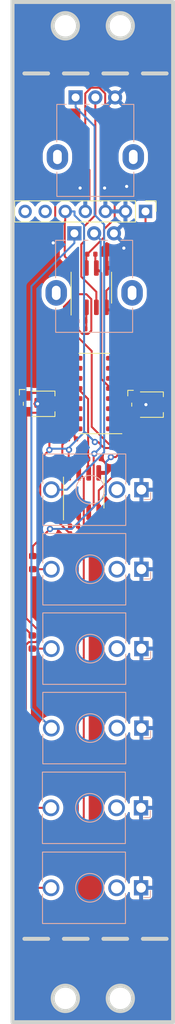
<source format=kicad_pcb>
(kicad_pcb (version 20221018) (generator pcbnew)
  (layers (0 "F.Cu" signal) (31 "B.Cu" signal) (34 "B.Paste" user) (35 "F.Paste" user) (36 "B.SilkS" user "B.Silkscreen") (37 "F.SilkS" user "F.Silkscreen") (38 "B.Mask" user) (39 "F.Mask" user) (44 "Edge.Cuts" user))
  (net 0 "")
  (net 1 "-12V")
  (net 2 "GND")
  (net 3 "+12V")
  (net 4 "+5V")
  (net 5 "Net-(J2-PadT)")
  (net 7 "Net-(J3-PadT)")
  (net 9 "Net-(J4-PadT)")
  (net 11 "Net-(J5-PadT)")
  (net 13 "Net-(J6-PadT)")
  (net 15 "Net-(J7-PadT)")
  (net 17 "Net-(U1A--)")
  (net 18 "Net-(R1-Pad2)")
  (net 19 "Net-(R3-Pad1)")
  (net 20 "Net-(U2A-D)")
  (net 21 "Net-(U2A-+)")
  (net 22 "Net-(U1B--)")
  (net 23 "Net-(R7-Pad2)")
  (net 24 "Net-(U3A--)")
  (net 25 "Net-(U2B-D)")
  (net 26 "Net-(U2B-+)")
  (net 27 "Net-(R12-Pad2)")
  (net 28 "Net-(R13-Pad1)")
  (net 29 "Net-(U3B--)")
  (net 30 "Net-(R15-Pad2)")
  (net 31 "Net-(U1A-+)")
  (net 32 "Net-(U2A--)")
  (net 33 "Net-(U2B--)")
  (net 34 "Net-(U3A-+)")
  (footprint "kpm-jlcpcb-basic:R_0402_1005Metric" (layer "F.Cu") (at 29.972 51.7652 180)
    (fp_text reference "R7" hide)
    (fp_text value "56k" hide)
    (pad "1" smd roundrect (at -0.51 0 180) (size 0.54 0.64) (layers "F.Cu" "F.Paste" "F.Mask") (net 22 "Net-(U1B--)"))
    (pad "2" smd roundrect (at 0.51 0 180) (size 0.54 0.64) (layers "F.Cu" "F.Paste" "F.Mask") (net 23 "Net-(R7-Pad2)"))
  )
  (footprint "kpm-jlcpcb-basic:R_0402_1005Metric" (layer "F.Cu") (at 28.702 60.198 180)
    (fp_text reference "R1" hide)
    (fp_text value "56k" hide)
    (pad "1" smd roundrect (at -0.51 0 180) (size 0.54 0.64) (layers "F.Cu" "F.Paste" "F.Mask") (net 17 "Net-(U1A--)"))
    (pad "2" smd roundrect (at 0.51 0 180) (size 0.54 0.64) (layers "F.Cu" "F.Paste" "F.Mask") (net 18 "Net-(R1-Pad2)"))
  )
  (footprint "EuroRackTools:PinHeader_1x07_P2.54mm_Vertical" (layer "F.Cu") (at 36.83 46.3804 -90)
    (fp_text reference "J8" hide)
    (fp_text value "EuroPower 1x06")
    (pad "1" thru_hole rect (at 0 0 270) (size 1.7 1.7) (drill 1) (layers "*.Cu" "*.Mask") (net 1 "-12V"))
    (pad "2" thru_hole oval (at 0 2.54 270) (size 1.7 1.7) (drill 1) (layers "*.Cu" "*.Mask") (net 2 "GND"))
    (pad "3" thru_hole oval (at 0 5.08 270) (size 1.7 1.7) (drill 1) (layers "*.Cu" "*.Mask") (net 2 "GND"))
    (pad "4" thru_hole oval (at 0 7.62 270) (size 1.7 1.7) (drill 1) (layers "*.Cu" "*.Mask") (net 2 "GND"))
    (pad "5" thru_hole oval (at 0 10.16 270) (size 1.7 1.7) (drill 1) (layers "*.Cu" "*.Mask") (net 3 "+12V"))
    (pad "6" thru_hole oval (at 0 12.7 270) (size 1.7 1.7) (drill 1) (layers "*.Cu" "*.Mask") (net 4 "+5V"))
    (pad "7" thru_hole oval (at 0 15.24 270) (size 1.7 1.7) (drill 1) (layers "*.Cu" "*.Mask"))
  )
  (footprint "kpm-jlcpcb-basic:R_0603_1608Metric" (layer "F.Cu") (at 22.5552 90.615 -90)
    (fp_text reference "R5" hide)
    (fp_text value "560k" hide)
    (pad "1" smd roundrect (at -0.825 0 270) (size 0.8 0.95) (layers "F.Cu" "F.Paste" "F.Mask") (net 21 "Net-(U2A-+)"))
    (pad "2" smd roundrect (at 0.825 0 270) (size 0.8 0.95) (layers "F.Cu" "F.Paste" "F.Mask") (net 7 "Net-(J3-PadT)"))
  )
  (footprint "kpm-jlcpcb-basic:R_0402_1005Metric" (layer "F.Cu") (at 27.7892 86.0044 180)
    (fp_text reference "R12" hide)
    (fp_text value "56k" hide)
    (pad "1" smd roundrect (at -0.51 0 180) (size 0.54 0.64) (layers "F.Cu" "F.Paste" "F.Mask") (net 24 "Net-(U3A--)"))
    (pad "2" smd roundrect (at 0.51 0 180) (size 0.54 0.64) (layers "F.Cu" "F.Paste" "F.Mask") (net 27 "Net-(R12-Pad2)"))
  )
  (footprint "kpm-jlcpcb-basic:SOIC-8_3.9x4.9mm_P1.27mm" (layer "F.Cu") (at 29.0068 81.788)
    (fp_text reference "U3" hide)
    (fp_text value "TL072CDT")
    (pad "1" smd roundrect (at -1.905 2.475 90) (size 1.95 0.6) (layers "F.Cu" "F.Paste" "F.Mask") (net 27 "Net-(R12-Pad2)"))
    (pad "2" smd roundrect (at -0.635 2.475 90) (size 1.95 0.6) (layers "F.Cu" "F.Paste" "F.Mask") (net 24 "Net-(U3A--)"))
    (pad "3" smd roundrect (at 0.635 2.475 90) (size 1.95 0.6) (layers "F.Cu" "F.Paste" "F.Mask") (net 34 "Net-(U3A-+)"))
    (pad "4" smd roundrect (at 1.905 2.475 90) (size 1.95 0.6) (layers "F.Cu" "F.Paste" "F.Mask") (net 1 "-12V"))
    (pad "5" smd roundrect (at 1.905 -2.475 90) (size 1.95 0.6) (layers "F.Cu" "F.Paste" "F.Mask") (net 2 "GND"))
    (pad "6" smd roundrect (at 0.635 -2.475 90) (size 1.95 0.6) (layers "F.Cu" "F.Paste" "F.Mask") (net 29 "Net-(U3B--)"))
    (pad "7" smd roundrect (at -0.635 -2.475 90) (size 1.95 0.6) (layers "F.Cu" "F.Paste" "F.Mask") (net 30 "Net-(R15-Pad2)"))
    (pad "8" smd roundrect (at -1.905 -2.475 90) (size 1.95 0.6) (layers "F.Cu" "F.Paste" "F.Mask") (net 3 "+12V"))
  )
  (footprint "kpm-jlcpcb-basic:R_0603_1608Metric" (layer "F.Cu") (at 22.4028 130.7206 -90)
    (fp_text reference "R16" hide)
    (fp_text value "1k" hide)
    (pad "1" smd roundrect (at -0.825 0 270) (size 0.8 0.95) (layers "F.Cu" "F.Paste" "F.Mask") (net 30 "Net-(R15-Pad2)"))
    (pad "2" smd roundrect (at 0.825 0 270) (size 0.8 0.95) (layers "F.Cu" "F.Paste" "F.Mask") (net 15 "Net-(J7-PadT)"))
  )
  (footprint "EuroRackTools:Potentiometer_Bourns_TC33X_Vertical" (layer "F.Cu") (at 37.1856 70.7136 180)
    (fp_text reference "RV2" hide)
    (fp_text value "R_Potentiometer_Trim_US" hide)
    (pad "1" smd rect (at 1.8 1) (size 1.2 1.2) (layers "F.Cu" "F.Paste" "F.Mask") (net 32 "Net-(U2A--)"))
    (pad "2" smd rect (at -1.45 0) (size 1.5 1.6) (layers "F.Cu" "F.Paste" "F.Mask") (net 2 "GND"))
    (pad "3" smd rect (at 1.8 -1) (size 1.2 1.2) (layers "F.Cu" "F.Paste" "F.Mask") (net 21 "Net-(U2A-+)"))
  )
  (footprint "kpm-jlcpcb-basic:R_0402_1005Metric" (layer "F.Cu") (at 27.7892 86.9696)
    (fp_text reference "R9" hide)
    (fp_text value "56k" hide)
    (pad "1" smd roundrect (at -0.51 0) (size 0.54 0.64) (layers "F.Cu" "F.Paste" "F.Mask") (net 3 "+12V"))
    (pad "2" smd roundrect (at 0.51 0) (size 0.54 0.64) (layers "F.Cu" "F.Paste" "F.Mask") (net 24 "Net-(U3A--)"))
  )
  (footprint "kpm-jlcpcb-basic:R_0402_1005Metric" (layer "F.Cu") (at 33.1724 75.0316)
    (fp_text reference "R3" hide)
    (fp_text value "10k" hide)
    (pad "1" smd roundrect (at -0.51 0) (size 0.54 0.64) (layers "F.Cu" "F.Paste" "F.Mask") (net 19 "Net-(R3-Pad1)"))
    (pad "2" smd roundrect (at 0.51 0) (size 0.54 0.64) (layers "F.Cu" "F.Paste" "F.Mask") (net 18 "Net-(R1-Pad2)"))
  )
  (footprint "kpm-jlcpcb-basic:R_0603_1608Metric" (layer "F.Cu") (at 22.5044 100.6226 -90)
    (fp_text reference "R8" hide)
    (fp_text value "1k" hide)
    (pad "1" smd roundrect (at -0.825 0 270) (size 0.8 0.95) (layers "F.Cu" "F.Paste" "F.Mask") (net 23 "Net-(R7-Pad2)"))
    (pad "2" smd roundrect (at 0.825 0 270) (size 0.8 0.95) (layers "F.Cu" "F.Paste" "F.Mask") (net 9 "Net-(J4-PadT)"))
  )
  (footprint "EuroRackTools:Potentiometer_Bourns_TC33X_Vertical" (layer "F.Cu") (at 23.468 70.612 180)
    (fp_text reference "RV3" hide)
    (fp_text value "R_Potentiometer_Trim_US" hide)
    (pad "1" smd rect (at 1.8 1) (size 1.2 1.2) (layers "F.Cu" "F.Paste" "F.Mask") (net 33 "Net-(U2B--)"))
    (pad "2" smd rect (at -1.45 0) (size 1.5 1.6) (layers "F.Cu" "F.Paste" "F.Mask") (net 2 "GND"))
    (pad "3" smd rect (at 1.8 -1) (size 1.2 1.2) (layers "F.Cu" "F.Paste" "F.Mask") (net 26 "Net-(U2B-+)"))
  )
  (footprint "kpm-jlcpcb-basic:SOIC-8_3.9x4.9mm_P1.27mm" (layer "F.Cu") (at 29.972 55.9816)
    (fp_text reference "U1" hide)
    (fp_text value "TL072CDT")
    (pad "1" smd roundrect (at -1.905 2.475 90) (size 1.95 0.6) (layers "F.Cu" "F.Paste" "F.Mask") (net 18 "Net-(R1-Pad2)"))
    (pad "2" smd roundrect (at -0.635 2.475 90) (size 1.95 0.6) (layers "F.Cu" "F.Paste" "F.Mask") (net 17 "Net-(U1A--)"))
    (pad "3" smd roundrect (at 0.635 2.475 90) (size 1.95 0.6) (layers "F.Cu" "F.Paste" "F.Mask") (net 31 "Net-(U1A-+)"))
    (pad "4" smd roundrect (at 1.905 2.475 90) (size 1.95 0.6) (layers "F.Cu" "F.Paste" "F.Mask") (net 1 "-12V"))
    (pad "5" smd roundrect (at 1.905 -2.475 90) (size 1.95 0.6) (layers "F.Cu" "F.Paste" "F.Mask") (net 2 "GND"))
    (pad "6" smd roundrect (at 0.635 -2.475 90) (size 1.95 0.6) (layers "F.Cu" "F.Paste" "F.Mask") (net 22 "Net-(U1B--)"))
    (pad "7" smd roundrect (at -0.635 -2.475 90) (size 1.95 0.6) (layers "F.Cu" "F.Paste" "F.Mask") (net 23 "Net-(R7-Pad2)"))
    (pad "8" smd roundrect (at -1.905 -2.475 90) (size 1.95 0.6) (layers "F.Cu" "F.Paste" "F.Mask") (net 3 "+12V"))
  )
  (footprint "kpm-jlcpcb-basic:R_0402_1005Metric" (layer "F.Cu") (at 35.052 68.3768 180)
    (fp_text reference "R6" hide)
    (fp_text value "10k" hide)
    (pad "1" smd roundrect (at -0.51 0 180) (size 0.54 0.64) (layers "F.Cu" "F.Paste" "F.Mask") (net 2 "GND"))
    (pad "2" smd roundrect (at 0.51 0 180) (size 0.54 0.64) (layers "F.Cu" "F.Paste" "F.Mask") (net 22 "Net-(U1B--)"))
  )
  (footprint "kpm-jlcpcb-basic:R_0402_1005Metric" (layer "F.Cu") (at 29.0572 77.5716 180)
    (fp_text reference "R15" hide)
    (fp_text value "56k" hide)
    (pad "1" smd roundrect (at -0.51 0 180) (size 0.54 0.64) (layers "F.Cu" "F.Paste" "F.Mask") (net 29 "Net-(U3B--)"))
    (pad "2" smd roundrect (at 0.51 0 180) (size 0.54 0.64) (layers "F.Cu" "F.Paste" "F.Mask") (net 30 "Net-(R15-Pad2)"))
  )
  (footprint "kpm-jlcpcb-basic:R_0402_1005Metric" (layer "F.Cu") (at 28.7 61.1632)
    (fp_text reference "R2" hide)
    (fp_text value "56k" hide)
    (pad "1" smd roundrect (at -0.51 0) (size 0.54 0.64) (layers "F.Cu" "F.Paste" "F.Mask") (net 3 "+12V"))
    (pad "2" smd roundrect (at 0.51 0) (size 0.54 0.64) (layers "F.Cu" "F.Paste" "F.Mask") (net 17 "Net-(U1A--)"))
  )
  (footprint "kpm-jlcpcb-basic:R_0402_1005Metric" (layer "F.Cu") (at 34.5948 73.5076 90)
    (fp_text reference "R4" hide)
    (fp_text value "100k" hide)
    (pad "1" smd roundrect (at -0.51 0 90) (size 0.54 0.64) (layers "F.Cu" "F.Paste" "F.Mask") (net 3 "+12V"))
    (pad "2" smd roundrect (at 0.51 0 90) (size 0.54 0.64) (layers "F.Cu" "F.Paste" "F.Mask") (net 20 "Net-(U2A-D)"))
  )
  (footprint "kpm-jlcpcb-basic:R_0402_1005Metric" (layer "F.Cu") (at 25.652 68.2752)
    (fp_text reference "R14" hide)
    (fp_text value "10k" hide)
    (pad "1" smd roundrect (at -0.51 0) (size 0.54 0.64) (layers "F.Cu" "F.Paste" "F.Mask") (net 2 "GND"))
    (pad "2" smd roundrect (at 0.51 0) (size 0.54 0.64) (layers "F.Cu" "F.Paste" "F.Mask") (net 29 "Net-(U3B--)"))
  )
  (footprint "kpm-jlcpcb-basic:R_0402_1005Metric" (layer "F.Cu") (at 26.0604 73.6112 90)
    (fp_text reference "R10" hide)
    (fp_text value "100k" hide)
    (pad "1" smd roundrect (at -0.51 0 90) (size 0.54 0.64) (layers "F.Cu" "F.Paste" "F.Mask") (net 3 "+12V"))
    (pad "2" smd roundrect (at 0.51 0 90) (size 0.54 0.64) (layers "F.Cu" "F.Paste" "F.Mask") (net 25 "Net-(U2B-D)"))
  )
  (footprint "kpm-jlcpcb-basic:R_0603_1608Metric" (layer "F.Cu") (at 22.5044 120.6886 -90)
    (fp_text reference "R11" hide)
    (fp_text value "560k" hide)
    (pad "1" smd roundrect (at -0.825 0 270) (size 0.8 0.95) (layers "F.Cu" "F.Paste" "F.Mask") (net 26 "Net-(U2B-+)"))
    (pad "2" smd roundrect (at 0.825 0 270) (size 0.8 0.95) (layers "F.Cu" "F.Paste" "F.Mask") (net 13 "Net-(J6-PadT)"))
  )
  (footprint "kpm-jlcpcb-basic:R_0402_1005Metric" (layer "F.Cu") (at 27.5336 75.0316 180)
    (fp_text reference "R13" hide)
    (fp_text value "10k" hide)
    (pad "1" smd roundrect (at -0.51 0 180) (size 0.54 0.64) (layers "F.Cu" "F.Paste" "F.Mask") (net 28 "Net-(R13-Pad1)"))
    (pad "2" smd roundrect (at 0.51 0 180) (size 0.54 0.64) (layers "F.Cu" "F.Paste" "F.Mask") (net 27 "Net-(R12-Pad2)"))
  )
  (footprint "EuroRackTools:SOP-16_3.9x9.9mm_P1.27mm" (layer "F.Cu") (at 30.3384 69.3166 90)
    (fp_text reference "U2" hide)
    (fp_text value "XL13700")
    (pad "1" smd roundrect (at -4.445 2.5 180) (size 2 0.6) (layers "F.Cu" "F.Paste" "F.Mask") (net 19 "Net-(R3-Pad1)"))
    (pad "2" smd roundrect (at -3.175 2.5 180) (size 2 0.6) (layers "F.Cu" "F.Paste" "F.Mask") (net 20 "Net-(U2A-D)"))
    (pad "3" smd roundrect (at -1.905 2.5 180) (size 2 0.6) (layers "F.Cu" "F.Paste" "F.Mask") (net 21 "Net-(U2A-+)"))
    (pad "4" smd roundrect (at -0.635 2.5 180) (size 2 0.6) (layers "F.Cu" "F.Paste" "F.Mask") (net 32 "Net-(U2A--)"))
    (pad "5" smd roundrect (at 0.635 2.5 180) (size 2 0.6) (layers "F.Cu" "F.Paste" "F.Mask") (net 22 "Net-(U1B--)"))
    (pad "6" smd roundrect (at 1.905 2.5 180) (size 2 0.6) (layers "F.Cu" "F.Paste" "F.Mask") (net 1 "-12V"))
    (pad "7" smd roundrect (at 3.175 2.5 180) (size 2 0.6) (layers "F.Cu" "F.Paste" "F.Mask"))
    (pad "8" smd roundrect (at 4.445 2.5 180) (size 2 0.6) (layers "F.Cu" "F.Paste" "F.Mask"))
    (pad "9" smd roundrect (at 4.445 -2.5 180) (size 2 0.6) (layers "F.Cu" "F.Paste" "F.Mask"))
    (pad "10" smd roundrect (at 3.175 -2.5 180) (size 2 0.6) (layers "F.Cu" "F.Paste" "F.Mask"))
    (pad "11" smd roundrect (at 1.905 -2.5 180) (size 2 0.6) (layers "F.Cu" "F.Paste" "F.Mask") (net 3 "+12V"))
    (pad "12" smd roundrect (at 0.635 -2.5 180) (size 2 0.6) (layers "F.Cu" "F.Paste" "F.Mask") (net 29 "Net-(U3B--)"))
    (pad "13" smd roundrect (at -0.635 -2.5 180) (size 2 0.6) (layers "F.Cu" "F.Paste" "F.Mask") (net 33 "Net-(U2B--)"))
    (pad "14" smd roundrect (at -1.905 -2.5 180) (size 2 0.6) (layers "F.Cu" "F.Paste" "F.Mask") (net 26 "Net-(U2B-+)"))
    (pad "15" smd roundrect (at -3.175 -2.5 180) (size 2 0.6) (layers "F.Cu" "F.Paste" "F.Mask") (net 25 "Net-(U2B-D)"))
    (pad "16" smd roundrect (at -4.445 -2.5 180) (size 2 0.6) (layers "F.Cu" "F.Paste" "F.Mask") (net 28 "Net-(R13-Pad1)"))
  )
  (footprint "EuroRackTools:Jack_3.5mm_QingPu_WQP-PJ398SM_Vertical_CircularHoles" (layer "B.Cu") (at 36.3108 111.4552 90)
    (fp_text reference "J5" hide)
    (fp_text value "Thonkiconn")
    (pad "S" thru_hole rect (at 0 0 270) (size 1.93 1.83) (drill 1.22) (layers "*.Cu" "*.Mask") (net 2 "GND"))
    (pad "T" thru_hole circle (at 0 -11.4 270) (size 2.13 2.13) (drill 1.43) (layers "*.Cu" "*.Mask") (net 11 "Net-(J5-PadT)"))
    (pad "TN" thru_hole circle (at 0 -3.1 270) (size 2.13 2.13) (drill 1.42) (layers "*.Cu" "*.Mask"))
    (zone (net 0) (net_name "") (layer "B.Cu") (connect_pads (clearance 0)) (min_thickness 0.254)
      (keepout (tracks not_allowed) (vias not_allowed) (pads not_allowed) (copperpour not_allowed) (footprints not_allowed))
      (fill (thermal_gap 0.508) (thermal_bridge_width 0.508))
      (polygon (pts (xy 29.8308 109.950059) (xy 30.076629 109.97027) (xy 30.315855 110.030359) (xy 30.542056 110.128714) (xy 30.749155 110.262692) (xy 30.93159 110.428696) (xy 31.084464 110.622268) (xy 31.203669 110.838208) (xy 31.286006 111.070718) (xy 31.329261 111.313554) (xy 31.332275 111.560193) (xy 31.294965 111.804013) (xy 31.218334 112.038466) (xy 31.10444 112.257254) (xy 30.956342 112.454503) (xy 30.778016 112.624914) (xy 30.574252 112.763912) (xy 30.350522 112.867764) (xy 30.112835 112.933681) (xy 29.867574 112.959892) (xy 29.621325 112.945693) (xy 29.380701 112.891466) (xy 29.152166 112.798668) (xy 28.941855 112.669789) (xy 28.755418 112.508292) (xy 28.597861 112.318513) (xy 28.473415 112.10555) (xy 28.385423 111.875121) (xy 28.336247 111.633415) (xy 28.327208 111.386922) (xy 28.35855 111.142264) (xy 28.42943 110.906009) (xy 28.537944 110.684503) (xy 28.681179 110.483695) (xy 28.855288 110.308977) (xy 29.055595 110.165042) (xy 29.276721 110.055755) (xy 29.512726 109.984051) (xy 29.757274 109.951856)))
    )
  )
  (footprint "EuroRackTools:Potentiometer_Alpha_RD901F-40-00D_Single_Vertical" (layer "B.Cu") (at 27.8276 49.139 -90)
    (fp_text reference "RV4" hide)
    (fp_text value "AlphaPot")
    (pad "" thru_hole oval (at 7.5 -7.3 180) (size 2.72 3.24) (drill oval 1.1 1.8) (layers "*.Cu" "*.Mask"))
    (pad "" thru_hole oval (at 7.5 2.3 180) (size 2.72 3.24) (drill oval 1.1 1.8) (layers "*.Cu" "*.Mask"))
    (pad "1" thru_hole rect (at 0 0 180) (size 1.8 1.8) (drill 1) (layers "*.Cu" "*.Mask") (net 11 "Net-(J5-PadT)"))
    (pad "2" thru_hole circle (at 0 -2.5 180) (size 1.8 1.8) (drill 1) (layers "*.Cu" "*.Mask") (net 34 "Net-(U3A-+)"))
    (pad "3" thru_hole circle (at 0 -5 180) (size 1.8 1.8) (drill 1) (layers "*.Cu" "*.Mask") (net 2 "GND"))
  )
  (footprint "EuroRackTools:Jack_3.5mm_QingPu_WQP-PJ398SM_Vertical_CircularHoles" (layer "B.Cu") (at 36.3108 101.4476 90)
    (fp_text reference "J4" hide)
    (fp_text value "Thonkiconn")
    (pad "S" thru_hole rect (at 0 0 270) (size 1.93 1.83) (drill 1.22) (layers "*.Cu" "*.Mask") (net 2 "GND"))
    (pad "T" thru_hole circle (at 0 -11.4 270) (size 2.13 2.13) (drill 1.43) (layers "*.Cu" "*.Mask") (net 9 "Net-(J4-PadT)"))
    (pad "TN" thru_hole circle (at 0 -3.1 270) (size 2.13 2.13) (drill 1.42) (layers "*.Cu" "*.Mask"))
    (zone (net 0) (net_name "") (layer "B.Cu") (connect_pads (clearance 0)) (min_thickness 0.254)
      (keepout (tracks not_allowed) (vias not_allowed) (pads not_allowed) (copperpour not_allowed) (footprints not_allowed))
      (fill (thermal_gap 0.508) (thermal_bridge_width 0.508))
      (polygon (pts (xy 29.8308 99.942459) (xy 30.076629 99.96267) (xy 30.315855 100.022759) (xy 30.542056 100.121114) (xy 30.749155 100.255092) (xy 30.93159 100.421096) (xy 31.084464 100.614668) (xy 31.203669 100.830608) (xy 31.286006 101.063118) (xy 31.329261 101.305954) (xy 31.332275 101.552593) (xy 31.294965 101.796413) (xy 31.218334 102.030866) (xy 31.10444 102.249654) (xy 30.956342 102.446903) (xy 30.778016 102.617314) (xy 30.574252 102.756312) (xy 30.350522 102.860164) (xy 30.112835 102.926081) (xy 29.867574 102.952292) (xy 29.621325 102.938093) (xy 29.380701 102.883866) (xy 29.152166 102.791068) (xy 28.941855 102.662189) (xy 28.755418 102.500692) (xy 28.597861 102.310913) (xy 28.473415 102.09795) (xy 28.385423 101.867521) (xy 28.336247 101.625815) (xy 28.327208 101.379322) (xy 28.35855 101.134664) (xy 28.42943 100.898409) (xy 28.537944 100.676903) (xy 28.681179 100.476095) (xy 28.855288 100.301377) (xy 29.055595 100.157442) (xy 29.276721 100.048155) (xy 29.512726 99.976451) (xy 29.757274 99.944256)))
    )
  )
  (footprint "EuroRackTools:Jack_3.5mm_QingPu_WQP-PJ398SM_Vertical_CircularHoles" (layer "B.Cu") (at 36.3108 81.4324 90)
    (fp_text reference "J2" hide)
    (fp_text value "Thonkiconn")
    (pad "S" thru_hole rect (at 0 0 270) (size 1.93 1.83) (drill 1.22) (layers "*.Cu" "*.Mask") (net 2 "GND"))
    (pad "T" thru_hole circle (at 0 -11.4 270) (size 2.13 2.13) (drill 1.43) (layers "*.Cu" "*.Mask") (net 5 "Net-(J2-PadT)"))
    (pad "TN" thru_hole circle (at 0 -3.1 270) (size 2.13 2.13) (drill 1.42) (layers "*.Cu" "*.Mask"))
    (zone (net 0) (net_name "") (layer "B.Cu") (connect_pads (clearance 0)) (min_thickness 0.254)
      (keepout (tracks not_allowed) (vias not_allowed) (pads not_allowed) (copperpour not_allowed) (footprints not_allowed))
      (fill (thermal_gap 0.508) (thermal_bridge_width 0.508))
      (polygon (pts (xy 29.8308 79.927259) (xy 30.076629 79.94747) (xy 30.315855 80.007559) (xy 30.542056 80.105914) (xy 30.749155 80.239892) (xy 30.93159 80.405896) (xy 31.084464 80.599468) (xy 31.203669 80.815408) (xy 31.286006 81.047918) (xy 31.329261 81.290754) (xy 31.332275 81.537393) (xy 31.294965 81.781213) (xy 31.218334 82.015666) (xy 31.10444 82.234454) (xy 30.956342 82.431703) (xy 30.778016 82.602114) (xy 30.574252 82.741112) (xy 30.350522 82.844964) (xy 30.112835 82.910881) (xy 29.867574 82.937092) (xy 29.621325 82.922893) (xy 29.380701 82.868666) (xy 29.152166 82.775868) (xy 28.941855 82.646989) (xy 28.755418 82.485492) (xy 28.597861 82.295713) (xy 28.473415 82.08275) (xy 28.385423 81.852321) (xy 28.336247 81.610615) (xy 28.327208 81.364122) (xy 28.35855 81.119464) (xy 28.42943 80.883209) (xy 28.537944 80.661703) (xy 28.681179 80.460895) (xy 28.855288 80.286177) (xy 29.055595 80.142242) (xy 29.276721 80.032955) (xy 29.512726 79.961251) (xy 29.757274 79.929056)))
    )
  )
  (footprint "EuroRackTools:Potentiometer_Alpha_RD901F-40-00D_Single_Vertical" (layer "B.Cu") (at 27.98 32.0194 -90)
    (fp_text reference "RV1" hide)
    (fp_text value "AlphaPot")
    (pad "" thru_hole oval (at 7.5 -7.3 180) (size 2.72 3.24) (drill oval 1.1 1.8) (layers "*.Cu" "*.Mask"))
    (pad "" thru_hole oval (at 7.5 2.3 180) (size 2.72 3.24) (drill oval 1.1 1.8) (layers "*.Cu" "*.Mask"))
    (pad "1" thru_hole rect (at 0 0 180) (size 1.8 1.8) (drill 1) (layers "*.Cu" "*.Mask") (net 5 "Net-(J2-PadT)"))
    (pad "2" thru_hole circle (at 0 -2.5 180) (size 1.8 1.8) (drill 1) (layers "*.Cu" "*.Mask") (net 31 "Net-(U1A-+)"))
    (pad "3" thru_hole circle (at 0 -5 180) (size 1.8 1.8) (drill 1) (layers "*.Cu" "*.Mask") (net 2 "GND"))
  )
  (footprint "EuroRackTools:Jack_3.5mm_QingPu_WQP-PJ398SM_Vertical_CircularHoles" (layer "B.Cu") (at 36.2724 131.572 90)
    (fp_text reference "J7" hide)
    (fp_text value "Thonkiconn")
    (pad "S" thru_hole rect (at 0 0 270) (size 1.93 1.83) (drill 1.22) (layers "*.Cu" "*.Mask") (net 2 "GND"))
    (pad "T" thru_hole circle (at 0 -11.4 270) (size 2.13 2.13) (drill 1.43) (layers "*.Cu" "*.Mask") (net 15 "Net-(J7-PadT)"))
    (pad "TN" thru_hole circle (at 0 -3.1 270) (size 2.13 2.13) (drill 1.42) (layers "*.Cu" "*.Mask"))
    (zone (net 0) (net_name "") (layer "B.Cu") (connect_pads (clearance 0)) (min_thickness 0.254)
      (keepout (tracks not_allowed) (vias not_allowed) (pads not_allowed) (copperpour not_allowed) (footprints not_allowed))
      (fill (thermal_gap 0.508) (thermal_bridge_width 0.508))
      (polygon (pts (xy 29.7924 130.066859) (xy 30.038229 130.08707) (xy 30.277455 130.147159) (xy 30.503656 130.245514) (xy 30.710755 130.379492) (xy 30.89319 130.545496) (xy 31.046064 130.739068) (xy 31.165269 130.955008) (xy 31.247606 131.187518) (xy 31.290861 131.430354) (xy 31.293875 131.676993) (xy 31.256565 131.920813) (xy 31.179934 132.155266) (xy 31.06604 132.374054) (xy 30.917942 132.571303) (xy 30.739616 132.741714) (xy 30.535852 132.880712) (xy 30.312122 132.984564) (xy 30.074435 133.050481) (xy 29.829174 133.076692) (xy 29.582925 133.062493) (xy 29.342301 133.008266) (xy 29.113766 132.915468) (xy 28.903455 132.786589) (xy 28.717018 132.625092) (xy 28.559461 132.435313) (xy 28.435015 132.22235) (xy 28.347023 131.991921) (xy 28.297847 131.750215) (xy 28.288808 131.503722) (xy 28.32015 131.259064) (xy 28.39103 131.022809) (xy 28.499544 130.801303) (xy 28.642779 130.600495) (xy 28.816888 130.425777) (xy 29.017195 130.281842) (xy 29.238321 130.172555) (xy 29.474326 130.100851) (xy 29.718874 130.068656)))
    )
  )
  (footprint "EuroRackTools:Jack_3.5mm_QingPu_WQP-PJ398SM_Vertical_CircularHoles" (layer "B.Cu") (at 36.3108 91.4476 90)
    (fp_text reference "J3" hide)
    (fp_text value "Thonkiconn")
    (pad "S" thru_hole rect (at 0 0 270) (size 1.93 1.83) (drill 1.22) (layers "*.Cu" "*.Mask") (net 2 "GND"))
    (pad "T" thru_hole circle (at 0 -11.4 270) (size 2.13 2.13) (drill 1.43) (layers "*.Cu" "*.Mask") (net 7 "Net-(J3-PadT)"))
    (pad "TN" thru_hole circle (at 0 -3.1 270) (size 2.13 2.13) (drill 1.42) (layers "*.Cu" "*.Mask"))
    (zone (net 0) (net_name "") (layer "B.Cu") (connect_pads (clearance 0)) (min_thickness 0.254)
      (keepout (tracks not_allowed) (vias not_allowed) (pads not_allowed) (copperpour not_allowed) (footprints not_allowed))
      (fill (thermal_gap 0.508) (thermal_bridge_width 0.508))
      (polygon (pts (xy 29.8308 89.942459) (xy 30.076629 89.96267) (xy 30.315855 90.022759) (xy 30.542056 90.121114) (xy 30.749155 90.255092) (xy 30.93159 90.421096) (xy 31.084464 90.614668) (xy 31.203669 90.830608) (xy 31.286006 91.063118) (xy 31.329261 91.305954) (xy 31.332275 91.552593) (xy 31.294965 91.796413) (xy 31.218334 92.030866) (xy 31.10444 92.249654) (xy 30.956342 92.446903) (xy 30.778016 92.617314) (xy 30.574252 92.756312) (xy 30.350522 92.860164) (xy 30.112835 92.926081) (xy 29.867574 92.952292) (xy 29.621325 92.938093) (xy 29.380701 92.883866) (xy 29.152166 92.791068) (xy 28.941855 92.662189) (xy 28.755418 92.500692) (xy 28.597861 92.310913) (xy 28.473415 92.09795) (xy 28.385423 91.867521) (xy 28.336247 91.625815) (xy 28.327208 91.379322) (xy 28.35855 91.134664) (xy 28.42943 90.898409) (xy 28.537944 90.676903) (xy 28.681179 90.476095) (xy 28.855288 90.301377) (xy 29.055595 90.157442) (xy 29.276721 90.048155) (xy 29.512726 89.976451) (xy 29.757274 89.944256)))
    )
  )
  (footprint "EuroRackTools:Jack_3.5mm_QingPu_WQP-PJ398SM_Vertical_CircularHoles" (layer "B.Cu") (at 36.26 121.4988 90)
    (fp_text reference "J6" hide)
    (fp_text value "Thonkiconn")
    (pad "S" thru_hole rect (at 0 0 270) (size 1.93 1.83) (drill 1.22) (layers "*.Cu" "*.Mask") (net 2 "GND"))
    (pad "T" thru_hole circle (at 0 -11.4 270) (size 2.13 2.13) (drill 1.43) (layers "*.Cu" "*.Mask") (net 13 "Net-(J6-PadT)"))
    (pad "TN" thru_hole circle (at 0 -3.1 270) (size 2.13 2.13) (drill 1.42) (layers "*.Cu" "*.Mask"))
    (zone (net 0) (net_name "") (layer "B.Cu") (connect_pads (clearance 0)) (min_thickness 0.254)
      (keepout (tracks not_allowed) (vias not_allowed) (pads not_allowed) (copperpour not_allowed) (footprints not_allowed))
      (fill (thermal_gap 0.508) (thermal_bridge_width 0.508))
      (polygon (pts (xy 29.78 119.993659) (xy 30.025829 120.01387) (xy 30.265055 120.073959) (xy 30.491256 120.172314) (xy 30.698355 120.306292) (xy 30.88079 120.472296) (xy 31.033664 120.665868) (xy 31.152869 120.881808) (xy 31.235206 121.114318) (xy 31.278461 121.357154) (xy 31.281475 121.603793) (xy 31.244165 121.847613) (xy 31.167534 122.082066) (xy 31.05364 122.300854) (xy 30.905542 122.498103) (xy 30.727216 122.668514) (xy 30.523452 122.807512) (xy 30.299722 122.911364) (xy 30.062035 122.977281) (xy 29.816774 123.003492) (xy 29.570525 122.989293) (xy 29.329901 122.935066) (xy 29.101366 122.842268) (xy 28.891055 122.713389) (xy 28.704618 122.551892) (xy 28.547061 122.362113) (xy 28.422615 122.14915) (xy 28.334623 121.918721) (xy 28.285447 121.677015) (xy 28.276408 121.430522) (xy 28.30775 121.185864) (xy 28.37863 120.949609) (xy 28.487144 120.728103) (xy 28.630379 120.527295) (xy 28.804488 120.352577) (xy 29.004795 120.208642) (xy 29.225921 120.099355) (xy 29.461926 120.027651) (xy 29.706474 119.995456)))
    )
  )
  (gr_line (start 26.5 138) (end 29.5 138) (stroke (width 0.5)) (layer "Edge.Cuts"))
  (gr_circle (center 33.64 23) (end 33.64 24.6) (stroke (width 0.5)) (fill none) (layer "Edge.Cuts"))
  (gr_circle (center 26.68 23) (end 26.68 24.6) (stroke (width 0.5)) (fill none) (layer "Edge.Cuts"))
  (gr_circle (center 33.64 145.5) (end 33.64 147.1) (stroke (width 0.5)) (fill none) (layer "Edge.Cuts"))
  (gr_line (start 31.5 138) (end 34.5 138) (stroke (width 0.5)) (layer "Edge.Cuts"))
  (gr_circle (center 26.68 145.5) (end 26.68 147.1) (stroke (width 0.5)) (fill none) (layer "Edge.Cuts"))
  (gr_line (start 26.5 29) (end 29.5 29) (stroke (width 0.5)) (layer "Edge.Cuts"))
  (gr_rect (start 20 20) (end 40.32 148.5) (stroke (width 0.5)) (fill none) (layer "Edge.Cuts"))
  (gr_line (start 21.5 138) (end 24.5 138) (stroke (width 0.5)) (layer "Edge.Cuts"))
  (gr_line (start 31.5 29) (end 34.5 29) (stroke (width 0.5)) (layer "Edge.Cuts"))
  (gr_line (start 21.5 29) (end 24.5 29) (stroke (width 0.5)) (layer "Edge.Cuts"))
  (gr_line (start 36.5 29) (end 39.5 29) (stroke (width 0.5)) (layer "Edge.Cuts"))
  (gr_line (start 36.5 138) (end 39.5 138) (stroke (width 0.5)) (layer "Edge.Cuts"))
  (segment (start 35.814 79.2988) (end 33.1356 79.2988) (width 0.25) (layer "F.Cu") (net 1))
  (segment (start 34.212 60.7916) (end 34.212 66.4838) (width 0.25) (layer "F.Cu") (net 1))
  (segment (start 36.6058 66.4838) (end 39.7106 69.5886) (width 0.25) (layer "F.Cu") (net 1))
  (segment (start 31.877 58.4566) (end 34.212 60.7916) (width 0.25) (layer "F.Cu") (net 1))
  (segment (start 31.877 56.3583) (end 36.83 51.4053) (width 0.25) (layer "F.Cu") (net 1))
  (segment (start 30.9118 81.5226) (end 30.9118 84.263) (width 0.25) (layer "F.Cu") (net 1))
  (segment (start 34.212 66.4838) (end 36.6058 66.4838) (width 0.25) (layer "F.Cu") (net 1))
  (segment (start 34.212 66.4838) (end 33.2842 67.4116) (width 0.25) (layer "F.Cu") (net 1))
  (segment (start 31.877 58.4566) (end 31.877 56.3583) (width 0.25) (layer "F.Cu") (net 1))
  (segment (start 33.1356 79.2988) (end 30.9118 81.5226) (width 0.25) (layer "F.Cu") (net 1))
  (segment (start 33.2842 67.4116) (end 32.8384 67.4116) (width 0.25) (layer "F.Cu") (net 1))
  (segment (start 39.7106 69.5886) (end 39.7106 75.4022) (width 0.25) (layer "F.Cu") (net 1))
  (segment (start 36.83 51.4053) (end 36.83 46.3804) (width 0.25) (layer "F.Cu") (net 1))
  (segment (start 39.7106 75.4022) (end 35.814 79.2988) (width 0.25) (layer "F.Cu") (net 1))
  (segment (start 24.918 70.612) (end 23.1648 70.612) (width 0.25) (layer "F.Cu") (net 2))
  (segment (start 38.6356 70.7136) (end 36.8808 70.7136) (width 0.25) (layer "F.Cu") (net 2))
  (via (at 31.6484 43.434) (size 0.8) (drill 0.4) (layers "F.Cu" "B.Cu") (net 2))
  (via (at 34.0868 51.0032) (size 0.8) (drill 0.4) (layers "F.Cu" "B.Cu") (net 2))
  (via (at 36.8808 70.7136) (size 0.8) (drill 0.4) (layers "F.Cu" "B.Cu") (net 2))
  (via (at 28.5496 43.434) (size 0.8) (drill 0.4) (layers "F.Cu" "B.Cu") (net 2))
  (via (at 34.4424 43.2308) (size 0.8) (drill 0.4) (layers "F.Cu" "B.Cu") (net 2))
  (via (at 23.1648 70.612) (size 0.8) (drill 0.4) (layers "F.Cu" "B.Cu") (net 2))
  (via (at 25.146 50.3428) (size 0.8) (drill 0.4) (layers "F.Cu" "B.Cu") (net 2))
  (segment (start 26.4992 58.3765) (end 28.067 56.8087) (width 0.25) (layer "F.Cu") (net 3))
  (segment (start 27.1451 76.3993) (end 27.1018 76.4426) (width 0.25) (layer "F.Cu") (net 3))
  (segment (start 27.2729 86.9696) (end 27.2792 86.9696) (width 0.25) (layer "F.Cu") (net 3))
  (segment (start 30.4209 75.4208) (end 30.8258 75.4208) (width 0.25) (layer "F.Cu") (net 3))
  (segment (start 28.842 61.8152) (end 28.19 61.1632) (width 0.25) (layer "F.Cu") (net 3))
  (segment (start 26.6024 52.042) (end 28.067 53.5066) (width 0.25) (layer "F.Cu") (net 3))
  (segment (start 28.067 56.8087) (end 29.3476 56.8087) (width 0.25) (layer "F.Cu") (net 3))
  (segment (start 27.306 67.4116) (end 26.4992 66.6048) (width 0.25) (layer "F.Cu") (net 3))
  (segment (start 29.5526 61.8152) (end 28.842 61.8152) (width 0.25) (layer "F.Cu") (net 3))
  (segment (start 29.9718 61.396) (end 29.5526 61.8152) (width 0.25) (layer "F.Cu") (net 3))
  (segment (start 30.8258 75.4208) (end 31.5841 76.1791) (width 0.25) (layer "F.Cu") (net 3))
  (segment (start 34.5948 75.1539) (end 34.5948 74.0176) (width 0.25) (layer "F.Cu") (net 3))
  (segment (start 33.5696 76.1791) (end 34.5948 75.1539) (width 0.25) (layer "F.Cu") (net 3))
  (segment (start 27.1018 76.4426) (end 27.1018 79.313) (width 0.25) (layer "F.Cu") (net 3))
  (segment (start 27.8384 67.4116) (end 27.306 67.4116) (width 0.25) (layer "F.Cu") (net 3))
  (segment (start 29.9718 57.4329) (end 29.9718 61.396) (width 0.25) (layer "F.Cu") (net 3))
  (segment (start 24.6646 76.4188) (end 24.6646 75.517) (width 0.25) (layer "F.Cu") (net 3))
  (segment (start 23.5099 77.5735) (end 23.5099 83.2066) (width 0.25) (layer "F.Cu") (net 3))
  (segment (start 23.5099 83.2066) (end 27.2729 86.9696) (width 0.25) (layer "F.Cu") (net 3))
  (segment (start 26.6024 47.6231) (end 26.6024 52.042) (width 0.25) (layer "F.Cu") (net 3))
  (segment (start 26.67 47.5555) (end 26.6024 47.6231) (width 0.25) (layer "F.Cu") (net 3))
  (segment (start 24.6646 76.4188) (end 23.5099 77.5735) (width 0.25) (layer "F.Cu") (net 3))
  (segment (start 24.6646 75.517) (end 26.0604 74.1212) (width 0.25) (layer "F.Cu") (net 3))
  (segment (start 31.5841 76.1791) (end 33.5696 76.1791) (width 0.25) (layer "F.Cu") (net 3))
  (segment (start 28.067 56.8087) (end 28.067 53.5066) (width 0.25) (layer "F.Cu") (net 3))
  (segment (start 29.3476 56.8087) (end 29.9718 57.4329) (width 0.25) (layer "F.Cu") (net 3))
  (segment (start 26.4992 66.6048) (end 26.4992 58.3765) (width 0.25) (layer "F.Cu") (net 3))
  (segment (start 26.67 46.3804) (end 26.67 47.5555) (width 0.25) (layer "F.Cu") (net 3))
  (via (at 30.4209 75.4208) (size 0.8) (drill 0.4) (layers "F.Cu" "B.Cu") (net 3))
  (via (at 27.1451 76.3993) (size 0.8) (drill 0.4) (layers "F.Cu" "B.Cu") (net 3))
  (via (at 24.6646 76.4188) (size 0.8) (drill 0.4) (layers "F.Cu" "B.Cu") (net 3))
  (segment (start 24.6646 76.4188) (end 24.8176 76.2658) (width 0.25) (layer "B.Cu") (net 3))
  (segment (start 27.8451 46.8762) (end 29.0528 48.0839) (width 0.25) (layer "B.Cu") (net 3))
  (segment (start 27.0117 76.2658) (end 27.1451 76.3993) (width 0.25) (layer "B.Cu") (net 3))
  (segment (start 27.8451 46.3804) (end 27.8451 46.8762) (width 0.25) (layer "B.Cu") (net 3))
  (segment (start 26.67 46.3804) (end 27.8451 46.3804) (width 0.25) (layer "B.Cu") (net 3))
  (segment (start 29.2248 74.2247) (end 30.4209 75.4208) (width 0.25) (layer "B.Cu") (net 3))
  (segment (start 29.0528 48.0839) (end 29.0528 74.2247) (width 0.25) (layer "B.Cu") (net 3))
  (segment (start 27.0117 76.2658) (end 29.0528 74.2247) (width 0.25) (layer "B.Cu") (net 3))
  (segment (start 27.0116 76.2658) (end 27.0117 76.2658) (width 0.25) (layer "B.Cu") (net 3))
  (segment (start 29.0528 74.2247) (end 29.2248 74.2247) (width 0.25) (layer "B.Cu") (net 3))
  (segment (start 24.8176 76.2658) (end 27.0116 76.2658) (width 0.25) (layer "B.Cu") (net 3))
  (segment (start 27.98 33.2445) (end 30.3852 35.6497) (width 0.25) (layer "B.Cu") (net 5))
  (segment (start 30.3852 46.8098) (end 31.5993 48.0239) (width 0.25) (layer "B.Cu") (net 5))
  (segment (start 27.98 32.0194) (end 27.98 33.2445) (width 0.25) (layer "B.Cu") (net 5))
  (segment (start 30.3852 35.6497) (end 30.3852 46.8098) (width 0.25) (layer "B.Cu") (net 5))
  (segment (start 31.5993 48.0239) (end 31.5993 76.7059) (width 0.25) (layer "B.Cu") (net 5))
  (segment (start 26.8728 81.4324) (end 24.9108 81.4324) (width 0.25) (layer "B.Cu") (net 5))
  (segment (start 31.5993 76.7059) (end 26.8728 81.4324) (width 0.25) (layer "B.Cu") (net 5))
  (segment (start 22.5628 91.4476) (end 22.5552 91.44) (width 0.25) (layer "F.Cu") (net 7))
  (segment (start 24.9108 91.4476) (end 22.5628 91.4476) (width 0.25) (layer "F.Cu") (net 7))
  (segment (start 24.9108 101.448) (end 24.9104 101.448) (width 0.25) (layer "F.Cu") (net 9))
  (segment (start 24.9104 101.448) (end 22.5048 101.448) (width 0.25) (layer "F.Cu") (net 9))
  (segment (start 22.5048 101.448) (end 22.5044 101.448) (width 0.25) (layer "F.Cu") (net 9))
  (segment (start 22.5048 101.448) (end 22.5044 101.4476) (width 0.25) (layer "F.Cu") (net 9))
  (segment (start 24.9104 101.448) (end 24.9108 101.4476) (width 0.25) (layer "F.Cu") (net 9))
  (segment (start 22.3863 55.8054) (end 22.3863 108.9307) (width 0.25) (layer "B.Cu") (net 11))
  (segment (start 22.3863 108.9307) (end 24.9108 111.4552) (width 0.25) (layer "B.Cu") (net 11))
  (segment (start 27.8276 49.139) (end 27.8276 50.3641) (width 0.25) (layer "B.Cu") (net 11))
  (segment (start 27.8276 50.3641) (end 22.3863 55.8054) (width 0.25) (layer "B.Cu") (net 11))
  (segment (start 22.5115 121.5065) (end 22.5044 121.5136) (width 0.25) (layer "F.Cu") (net 13))
  (segment (start 22.5118 121.5065) (end 22.5115 121.5065) (width 0.25) (layer "F.Cu") (net 13))
  (segment (start 22.5192 121.499) (end 22.5118 121.5065) (width 0.25) (layer "F.Cu") (net 13))
  (segment (start 24.86 121.499) (end 24.8598 121.499) (width 0.25) (layer "F.Cu") (net 13))
  (segment (start 22.5118 121.5065) (end 22.5044 121.514) (width 0.25) (layer "F.Cu") (net 13))
  (segment (start 24.8598 121.499) (end 24.86 121.4988) (width 0.25) (layer "F.Cu") (net 13))
  (segment (start 24.8598 121.499) (end 22.5192 121.499) (width 0.25) (layer "F.Cu") (net 13))
  (segment (start 22.416 131.559) (end 22.4028 131.546) (width 0.25) (layer "F.Cu") (net 15))
  (segment (start 24.8724 131.572) (end 22.4292 131.572) (width 0.25) (layer "F.Cu") (net 15))
  (segment (start 22.416 131.559) (end 22.4028 131.5458) (width 0.25) (layer "F.Cu") (net 15))
  (segment (start 22.4028 131.5458) (end 22.4028 131.5456) (width 0.25) (layer "F.Cu") (net 15))
  (segment (start 22.4292 131.572) (end 22.416 131.559) (width 0.25) (layer "F.Cu") (net 15))
  (segment (start 29.212 59.8714) (end 29.212 60.198) (width 0.25) (layer "F.Cu") (net 17))
  (segment (start 29.337 58.4566) (end 29.337 59.7464) (width 0.25) (layer "F.Cu") (net 17))
  (segment (start 29.337 59.7464) (end 29.212 59.8714) (width 0.25) (layer "F.Cu") (net 17))
  (segment (start 29.337 61.0362) (end 29.21 61.1632) (width 0.25) (layer "F.Cu") (net 17))
  (segment (start 29.337 59.7464) (end 29.337 61.0362) (width 0.25) (layer "F.Cu") (net 17))
  (segment (start 32.1918 75.6766) (end 30.0172 73.502) (width 0.25) (layer "F.Cu") (net 18))
  (segment (start 28.1847 60.198) (end 28.192 60.198) (width 0.25) (layer "F.Cu") (net 18))
  (segment (start 28.067 60.073) (end 28.192 60.198) (width 0.25) (layer "F.Cu") (net 18))
  (segment (start 33.6824 75.0316) (end 33.0374 75.6766) (width 0.25) (layer "F.Cu") (net 18))
  (segment (start 30.0172 73.502) (end 30.0172 63.9609) (width 0.25) (layer "F.Cu") (net 18))
  (segment (start 33.0374 75.6766) (end 32.1918 75.6766) (width 0.25) (layer "F.Cu") (net 18))
  (segment (start 27.595 60.7877) (end 28.1847 60.198) (width 0.25) (layer "F.Cu") (net 18))
  (segment (start 27.595 61.5387) (end 27.595 60.7877) (width 0.25) (layer "F.Cu") (net 18))
  (segment (start 30.0172 63.9609) (end 27.595 61.5387) (width 0.25) (layer "F.Cu") (net 18))
  (segment (start 28.067 58.4566) (end 28.067 60.073) (width 0.25) (layer "F.Cu") (net 18))
  (segment (start 32.8384 74.8556) (end 32.6624 75.0316) (width 0.25) (layer "F.Cu") (net 19))
  (segment (start 32.8384 73.7616) (end 32.8384 74.8556) (width 0.25) (layer "F.Cu") (net 19))
  (segment (start 32.8384 72.4916) (end 34.0888 72.4916) (width 0.25) (layer "F.Cu") (net 20))
  (segment (start 34.0888 72.4916) (end 34.5948 72.9976) (width 0.25) (layer "F.Cu") (net 20))
  (segment (start 33.0629 77.3225) (end 32.4437 77.3225) (width 0.25) (layer "F.Cu") (net 21))
  (segment (start 35.2405 71.8262) (end 35.2405 75.1449) (width 0.25) (layer "F.Cu") (net 21))
  (segment (start 35.1279 71.7136) (end 35.2405 71.8262) (width 0.25) (layer "F.Cu") (net 21))
  (segment (start 33.3304 71.7136) (end 32.8384 71.2216) (width 0.25) (layer "F.Cu") (net 21))
  (segment (start 35.2405 75.1449) (end 33.0629 77.3225) (width 0.25) (layer "F.Cu") (net 21))
  (segment (start 24.7434 86.3685) (end 22.5552 88.5567) (width 0.25) (layer "F.Cu") (net 21))
  (segment (start 35.3856 71.7136) (end 35.1279 71.7136) (width 0.25) (layer "F.Cu") (net 21))
  (segment (start 22.5552 88.5567) (end 22.5552 89.79) (width 0.25) (layer "F.Cu") (net 21))
  (segment (start 35.1279 71.7136) (end 33.3304 71.7136) (width 0.25) (layer "F.Cu") (net 21))
  (via (at 24.7434 86.3685) (size 0.8) (drill 0.4) (layers "F.Cu" "B.Cu") (net 21))
  (via (at 32.4437 77.3225) (size 0.8) (drill 0.4) (layers "F.Cu" "B.Cu") (net 21))
  (segment (start 27.5113 86.3685) (end 24.7434 86.3685) (width 0.25) (layer "B.Cu") (net 21))
  (segment (start 32.4437 77.3225) (end 31.8175 77.9487) (width 0.25) (layer "B.Cu") (net 21))
  (segment (start 31.8175 82.0623) (end 27.5113 86.3685) (width 0.25) (layer "B.Cu") (net 21))
  (segment (start 31.8175 77.9487) (end 31.8175 82.0623) (width 0.25) (layer "B.Cu") (net 21))
  (segment (start 32.4366 68.6816) (end 31.232 67.477) (width 0.25) (layer "F.Cu") (net 22))
  (segment (start 31.232 67.477) (end 31.232 54.1316) (width 0.25) (layer "F.Cu") (net 22))
  (segment (start 30.482 53.3816) (end 30.607 53.5066) (width 0.25) (layer "F.Cu") (net 22))
  (segment (start 30.482 51.7652) (end 30.482 53.3816) (width 0.25) (layer "F.Cu") (net 22))
  (segment (start 32.8384 68.6816) (end 34.2372 68.6816) (width 0.25) (layer "F.Cu") (net 22))
  (segment (start 34.2372 68.6816) (end 34.542 68.3768) (width 0.25) (layer "F.Cu") (net 22))
  (segment (start 31.232 54.1316) (end 30.607 53.5066) (width 0.25) (layer "F.Cu") (net 22))
  (segment (start 32.8384 68.6816) (end 32.4366 68.6816) (width 0.25) (layer "F.Cu") (net 22))
  (segment (start 32.9252 47.278) (end 32.9252 33.9646) (width 0.25) (layer "F.Cu") (net 23))
  (segment (start 29.2052 31.5227) (end 29.2052 40.6189) (width 0.25) (layer "F.Cu") (net 23))
  (segment (start 20.7092 52.2464) (end 20.7092 98.0024) (width 0.25) (layer "F.Cu") (net 23))
  (segment (start 29.9337 30.7942) (end 29.2052 31.5227) (width 0.25) (layer "F.Cu") (net 23))
  (segment (start 31.73 31.5348) (end 30.9894 30.7942) (width 0.25) (layer "F.Cu") (net 23))
  (segment (start 32.9252 33.9646) (end 31.73 32.7694) (width 0.25) (layer "F.Cu") (net 23))
  (segment (start 31.5776 49.6496) (end 31.5776 48.6256) (width 0.25) (layer "F.Cu") (net 23))
  (segment (start 29.337 53.5066) (end 29.337 51.8902) (width 0.25) (layer "F.Cu") (net 23))
  (segment (start 25.4 44.4241) (end 25.4 47.5556) (width 0.25) (layer "F.Cu") (net 23))
  (segment (start 31.5776 48.6256) (end 32.9252 47.278) (width 0.25) (layer "F.Cu") (net 23))
  (segment (start 20.7092 98.0024) (end 22.5044 99.7976) (width 0.25) (layer "F.Cu") (net 23))
  (segment (start 29.462 51.7652) (end 31.5776 49.6496) (width 0.25) (layer "F.Cu") (net 23))
  (segment (start 31.73 32.7694) (end 31.73 31.5348) (width 0.25) (layer "F.Cu") (net 23))
  (segment (start 29.2052 40.6189) (end 25.4 44.4241) (width 0.25) (layer "F.Cu") (net 23))
  (segment (start 29.337 51.8902) (end 29.462 51.7652) (width 0.25) (layer "F.Cu") (net 23))
  (segment (start 30.9894 30.7942) (end 29.9337 30.7942) (width 0.25) (layer "F.Cu") (net 23))
  (segment (start 25.4 47.5556) (end 20.7092 52.2464) (width 0.25) (layer "F.Cu") (net 23))
  (segment (start 28.3718 85.58) (end 28.3718 86.897) (width 0.25) (layer "F.Cu") (net 24))
  (segment (start 28.3718 84.263) (end 28.3718 85.58) (width 0.25) (layer "F.Cu") (net 24))
  (segment (start 28.3718 86.897) (end 28.2992 86.9696) (width 0.25) (layer "F.Cu") (net 24))
  (segment (start 28.2992 85.6526) (end 28.2992 86.0044) (width 0.25) (layer "F.Cu") (net 24))
  (segment (start 28.3718 85.58) (end 28.2992 85.6526) (width 0.25) (layer "F.Cu") (net 24))
  (segment (start 27.8384 72.4916) (end 26.67 72.4916) (width 0.25) (layer "F.Cu") (net 25))
  (segment (start 26.67 72.4916) (end 26.0604 73.1012) (width 0.25) (layer "F.Cu") (net 25))
  (segment (start 21.6905 100.9877) (end 21.6905 119.0497) (width 0.25) (layer "F.Cu") (net 26))
  (segment (start 27.323 71.737) (end 27.8384 71.2216) (width 0.25) (layer "F.Cu") (net 26))
  (segment (start 23.3348 100.242) (end 22.9542 100.6226) (width 0.25) (layer "F.Cu") (net 26))
  (segment (start 22.0556 100.6226) (end 21.6905 100.9877) (width 0.25) (layer "F.Cu") (net 26))
  (segment (start 21.793 71.737) (end 27.323 71.737) (width 0.25) (layer "F.Cu") (net 26))
  (segment (start 21.7305 71.6745) (end 21.7305 97.6224) (width 0.25) (layer "F.Cu") (net 26))
  (segment (start 22.9542 100.6226) (end 22.0556 100.6226) (width 0.25) (layer "F.Cu") (net 26))
  (segment (start 21.6905 119.0497) (end 22.5044 119.8636) (width 0.25) (layer "F.Cu") (net 26))
  (segment (start 21.7305 97.6224) (end 23.3348 99.2267) (width 0.25) (layer "F.Cu") (net 26))
  (segment (start 21.7305 71.6745) (end 21.793 71.737) (width 0.25) (layer "F.Cu") (net 26))
  (segment (start 21.668 71.612) (end 21.7305 71.6745) (width 0.25) (layer "F.Cu") (net 26))
  (segment (start 23.3348 99.2267) (end 23.3348 100.242) (width 0.25) (layer "F.Cu") (net 26))
  (segment (start 27.1018 84.263) (end 27.1018 85.827) (width 0.25) (layer "F.Cu") (net 27))
  (segment (start 26.3008 83.462) (end 27.1018 84.263) (width 0.25) (layer "F.Cu") (net 27))
  (segment (start 27.0236 75.0316) (end 26.3008 75.7544) (width 0.25) (layer "F.Cu") (net 27))
  (segment (start 26.3008 75.7544) (end 26.3008 83.462) (width 0.25) (layer "F.Cu") (net 27))
  (segment (start 27.1018 85.827) (end 27.2792 86.0044) (width 0.25) (layer "F.Cu") (net 27))
  (segment (start 27.8384 74.8264) (end 28.0436 75.0316) (width 0.25) (layer "F.Cu") (net 28))
  (segment (start 27.8384 73.7616) (end 27.8384 74.8264) (width 0.25) (layer "F.Cu") (net 28))
  (segment (start 29.5672 77.5716) (end 29.5672 79.2384) (width 0.25) (layer "F.Cu") (net 29))
  (segment (start 27.8384 68.6816) (end 26.5684 68.6816) (width 0.25) (layer "F.Cu") (net 29))
  (segment (start 29.5672 77.5716) (end 29.5672 70.0086) (width 0.25) (layer "F.Cu") (net 29))
  (segment (start 29.5672 70.0086) (end 28.2402 68.6816) (width 0.25) (layer "F.Cu") (net 29))
  (segment (start 28.2402 68.6816) (end 27.8384 68.6816) (width 0.25) (layer "F.Cu") (net 29))
  (segment (start 26.5684 68.6816) (end 26.162 68.2752) (width 0.25) (layer "F.Cu") (net 29))
  (segment (start 29.5672 79.2384) (end 29.6418 79.313) (width 0.25) (layer "F.Cu") (net 29))
  (segment (start 28.3718 79.313) (end 28.3718 77.747) (width 0.25) (layer "F.Cu") (net 30))
  (segment (start 29.0101 79.9513) (end 29.0101 123.2883) (width 0.25) (layer "F.Cu") (net 30))
  (segment (start 29.0101 123.2883) (end 22.4028 129.8956) (width 0.25) (layer "F.Cu") (net 30))
  (segment (start 28.3718 77.747) (end 28.5472 77.5716) (width 0.25) (layer "F.Cu") (net 30))
  (segment (start 28.3718 79.313) (end 29.0101 79.9513) (width 0.25) (layer "F.Cu") (net 30))
  (segment (start 28.702 50.5243) (end 28.702 54.6038) (width 0.25) (layer "F.Cu") (net 31))
  (segment (start 30.48 46.8527) (end 29.0527 48.28) (width 0.25) (layer "F.Cu") (net 31))
  (segment (start 29.0527 48.28) (end 29.0527 50.1736) (width 0.25) (layer "F.Cu") (net 31))
  (segment (start 30.48 32.0194) (end 30.48 46.8527) (width 0.25) (layer "F.Cu") (net 31))
  (segment (start 30.607 56.5088) (end 30.607 58.4566) (width 0.25) (layer "F.Cu") (net 31))
  (segment (start 29.0527 50.1736) (end 28.702 50.5243) (width 0.25) (layer "F.Cu") (net 31))
  (segment (start 28.702 54.6038) (end 30.607 56.5088) (width 0.25) (layer "F.Cu") (net 31))
  (segment (start 35.3856 69.7136) (end 33.0764 69.7136) (width 0.25) (layer "F.Cu") (net 32))
  (segment (start 33.0764 69.7136) (end 32.8384 69.9516) (width 0.25) (layer "F.Cu") (net 32))
  (segment (start 27.8384 69.9516) (end 27.4366 69.9516) (width 0.25) (layer "F.Cu") (net 33))
  (segment (start 22.0396 69.2404) (end 21.668 69.612) (width 0.25) (layer "F.Cu") (net 33))
  (segment (start 26.7254 69.2404) (end 22.0396 69.2404) (width 0.25) (layer "F.Cu") (net 33))
  (segment (start 27.4366 69.9516) (end 26.7254 69.2404) (width 0.25) (layer "F.Cu") (net 33))
  (segment (start 30.2676 76.9746) (end 30.3531 76.8891) (width 0.25) (layer "F.Cu") (net 34))
  (segment (start 29.6418 84.263) (end 30.2676 83.6372) (width 0.25) (layer "F.Cu") (net 34))
  (segment (start 30.2676 83.6372) (end 30.2676 76.9746) (width 0.25) (layer "F.Cu") (net 34))
  (via (at 30.3531 76.8891) (size 0.8) (drill 0.4) (layers "F.Cu" "B.Cu") (net 34))
  (segment (start 31.1491 49.9605) (end 30.3276 49.139) (width 0.25) (layer "B.Cu") (net 34))
  (segment (start 30.3531 76.8891) (end 31.1491 76.0931) (width 0.25) (layer "B.Cu") (net 34))
  (segment (start 31.1491 76.0931) (end 31.1491 49.9605) (width 0.25) (layer "B.Cu") (net 34))
  (zone (net 2) (net_name "GND") (layer "F.Cu") (connect_pads (clearance 0.5)) (min_thickness 0.25) (fill yes (thermal_gap 0.5) (thermal_bridge_width 0.5))
    (polygon (pts (xy 20 20) (xy 40.32 20) (xy 40.32 148.5) (xy 20 148.5)))
  )
  (zone (net 2) (net_name "GND") (layer "B.Cu") (connect_pads (clearance 0.5)) (min_thickness 0.25) (fill yes (thermal_gap 0.5) (thermal_bridge_width 0.5))
    (polygon (pts (xy 20 20) (xy 40.32 20) (xy 40.32 148.5) (xy 20 148.5)))
  )
)
</source>
